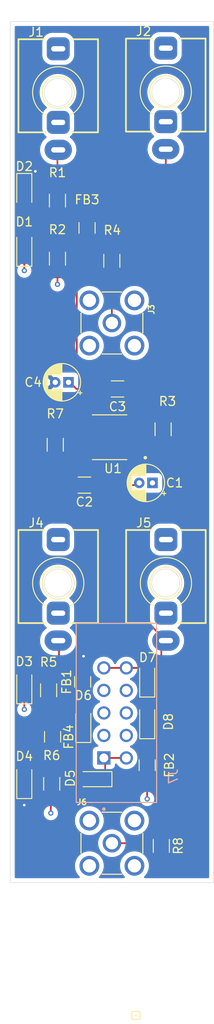
<source format=kicad_pcb>
(kicad_pcb (version 20240108) (generator "pcbnew") (generator_version "8.0")
  (layers (0 "F.Cu" signal) (1 "In1.Cu" signal) (2 "In2.Cu" signal) (31 "B.Cu" signal) (34 "B.Paste" user) (35 "F.Paste" user) (36 "B.SilkS" user "B.Silkscreen") (37 "F.SilkS" user "F.Silkscreen") (38 "B.Mask" user) (39 "F.Mask" user) (44 "Edge.Cuts" user))
  (net 0 "")
  (net 1 "Net-(C1-Pad2)")
  (net 2 "+12V")
  (net 3 "Net-(U1C-V+)")
  (net 4 "Net-(U1C-V-)")
  (net 5 "Net-(C3-Pad2)")
  (net 6 "-12V")
  (net 7 "GND")
  (net 8 "Net-(U1A--)")
  (net 9 "Net-(U1B--)")
  (net 10 "Net-(J3-In)")
  (net 11 "Net-(J6-In)")
  (net 12 "Net-(J1-PadS)")
  (net 13 "Net-(J2-PadS)")
  (net 14 "Net-(D1-A)")
  (net 15 "Net-(D3-A)")
  (net 16 "Net-(D5-K)")
  (net 17 "Net-(D5-A)")
  (net 18 "Net-(D7-A)")
  (net 19 "Net-(D7-K)")
  (net 20 "Net-(J4-PadS)")
  (net 21 "Net-(J5-PadS)")
  (net 22 "Net-(D6-A)")
  (net 23 "Net-(D8-K)")
  (net 24 "Net-(U1A-+)")
  (net 25 "Net-(U1B-+)")
  (footprint "Thonk:Jack_3.5mm_QingPu_WQP-PJ398SM_Vertical" (layer "F.Cu") (at 111.837724 66)
    (property "Reference" "J1" (at -2.5 -6.8 0) (layer "F.SilkS"))
    (property "Value" "PJ398SM")
    (pad "S" thru_hole oval (at 0 6.48) (size 3.1 2.3) (drill oval 1.6 0.6) (layers "*.Cu" "*.Mask") (net 12 "Net-(J1-PadS)"))
    (pad "T" thru_hole roundrect (at 0 -4.92) (size 2.6 2.6) (drill oval 1.6 0.6) (layers "*.Cu" "*.Mask") (net 7 "GND"))
    (pad "TN" thru_hole roundrect (at 0 3.38) (size 2.6 2.6) (drill oval 1.6 0.6) (layers "*.Cu" "*.Mask"))
  )
  (footprint "Diode_SMD:D_SOD-323_HandSoldering" (layer "F.Cu") (at 121.9 132.2 90)
    (property "Reference" "D7" (at 2.45 0.05 360) (layer "F.SilkS"))
    (property "Value" "NSR0530HT1G")
    (pad "1" smd roundrect (at -1.25 0 90) (size 1 1) (layers "F.Cu" "F.Paste" "F.Mask") (net 19 "Net-(D7-K)"))
    (pad "2" smd roundrect (at 1.25 0 90) (size 1 1) (layers "F.Cu" "F.Paste" "F.Mask") (net 18 "Net-(D7-A)"))
  )
  (footprint "Thonk:Jack_3.5mm_QingPu_WQP-PJ398SM_Vertical" (layer "F.Cu") (at 124 65.92)
    (property "Reference" "J2" (at -2.5 -6.8 0) (layer "F.SilkS"))
    (property "Value" "PJ398SM")
    (pad "S" thru_hole oval (at 0 6.48) (size 3.1 2.3) (drill oval 1.6 0.6) (layers "*.Cu" "*.Mask") (net 13 "Net-(J2-PadS)"))
    (pad "T" thru_hole roundrect (at 0 -4.92) (size 2.6 2.6) (drill oval 1.6 0.6) (layers "*.Cu" "*.Mask") (net 7 "GND"))
    (pad "TN" thru_hole roundrect (at 0 3.38) (size 2.6 2.6) (drill oval 1.6 0.6) (layers "*.Cu" "*.Mask"))
  )
  (footprint "Capacitor_THT:CP_Radial_D4.0mm_P1.50mm" (layer "F.Cu") (at 113 98.7 180)
    (property "Reference" "C4" (at 4 0 180) (layer "F.SilkS"))
    (property "Value" "10µF 25V")
    (pad "1" thru_hole rect (at 0 0 180) (size 1.2 1.2) (drill 0.6) (layers "*.Cu" "*.Mask") (net 5 "Net-(C3-Pad2)"))
    (pad "2" thru_hole circle (at 1.5 0 180) (size 1.2 1.2) (drill 0.6) (layers "*.Cu" "*.Mask") (net 6 "-12V"))
  )
  (footprint "Resistor_SMD:R_1206_3216Metric_Pad1.30x1.75mm_HandSolder" (layer "F.Cu") (at 111.5 105.75 -90)
    (property "Reference" "R7" (at -3.5 0 180) (layer "F.SilkS"))
    (property "Value" "100Ω")
    (pad "1" smd roundrect (at -1.55 0 270) (size 1.3 1.75) (layers "F.Cu" "F.Paste" "F.Mask") (roundrect_rratio 0.192308) (net 9 "Net-(U1B--)"))
    (pad "2" smd roundrect (at 1.55 0 270) (size 1.3 1.75) (layers "F.Cu" "F.Paste" "F.Mask") (roundrect_rratio 0.192308) (net 21 "Net-(J5-PadS)"))
  )
  (footprint "Inductor_SMD:L_1206_3216Metric_Pad1.42x1.75mm_HandSolder" (layer "F.Cu") (at 121.9 141.9 -90)
    (property "Reference" "FB2" (at 0 -2.5 90) (layer "F.SilkS"))
    (property "Value" "2512066017Y1")
    (pad "1" smd roundrect (at -1.4875 0 270) (size 1.425 1.75) (layers "F.Cu" "F.Paste" "F.Mask") (roundrect_rratio 0.175439) (net 23 "Net-(D8-K)"))
    (pad "2" smd roundrect (at 1.4875 0 270) (size 1.425 1.75) (layers "F.Cu" "F.Paste" "F.Mask") (roundrect_rratio 0.175439) (net 2 "+12V"))
  )
  (footprint "Resistor_SMD:R_1206_3216Metric_Pad1.30x1.75mm_HandSolder" (layer "F.Cu") (at 110.75 133.45 90)
    (property "Reference" "R5" (at 3.18 0 360) (layer "F.SilkS"))
    (property "Value" "1KΩ")
    (pad "1" smd roundrect (at -1.55 0 90) (size 1.3 1.75) (layers "F.Cu" "F.Paste" "F.Mask") (roundrect_rratio 0.192308) (net 20 "Net-(J4-PadS)"))
    (pad "2" smd roundrect (at 1.55 0 90) (size 1.3 1.75) (layers "F.Cu" "F.Paste" "F.Mask") (roundrect_rratio 0.192308) (net 15 "Net-(D3-A)"))
  )
  (footprint "Thonk:Jack_3.5mm_QingPu_WQP-PJ398SM_Vertical" (layer "F.Cu") (at 111.837724 121.364537)
    (property "Reference" "J4" (at -2.5 -6.8 0) (layer "F.SilkS"))
    (property "Value" "PJ398SM")
    (pad "S" thru_hole oval (at 0 6.48) (size 3.1 2.3) (drill oval 1.6 0.6) (layers "*.Cu" "*.Mask") (net 20 "Net-(J4-PadS)"))
    (pad "T" thru_hole roundrect (at 0 -4.92) (size 2.6 2.6) (drill oval 1.6 0.6) (layers "*.Cu" "*.Mask") (net 7 "GND"))
    (pad "TN" thru_hole roundrect (at 0 3.38) (size 2.6 2.6) (drill oval 1.6 0.6) (layers "*.Cu" "*.Mask"))
  )
  (footprint "Resistor_SMD:R_1206_3216Metric_Pad1.30x1.75mm_HandSolder" (layer "F.Cu") (at 117.9 85 90)
    (property "Reference" "R4" (at 3.45 0.05 0) (layer "F.SilkS"))
    (property "Value" "47Ω")
    (pad "1" smd roundrect (at -1.55 0 90) (size 1.3 1.75) (layers "F.Cu" "F.Paste" "F.Mask") (roundrect_rratio 0.192308) (net 10 "Net-(J3-In)"))
    (pad "2" smd roundrect (at 1.55 0 90) (size 1.3 1.75) (layers "F.Cu" "F.Paste" "F.Mask") (roundrect_rratio 0.192308) (net 13 "Net-(J2-PadS)"))
  )
  (footprint "Resistor_SMD:R_1206_3216Metric_Pad1.30x1.75mm_HandSolder" (layer "F.Cu") (at 123.5 151 90)
    (property "Reference" "R8" (at 0 1.9 90) (layer "F.SilkS"))
    (property "Value" "47Ω")
    (pad "1" smd roundrect (at -1.55 0 90) (size 1.3 1.75) (layers "F.Cu" "F.Paste" "F.Mask") (roundrect_rratio 0.192308) (net 11 "Net-(J6-In)"))
    (pad "2" smd roundrect (at 1.55 0 90) (size 1.3 1.75) (layers "F.Cu" "F.Paste" "F.Mask") (roundrect_rratio 0.192308) (net 21 "Net-(J5-PadS)"))
  )
  (footprint "Capacitor_THT:CP_Radial_D4.0mm_P1.50mm" (layer "F.Cu") (at 122.5 110.05 180)
    (property "Reference" "C1" (at -2.5 0 180) (layer "F.SilkS"))
    (property "Value" "10µF 25V")
    (pad "1" thru_hole rect (at 0 0 180) (size 1.2 1.2) (drill 0.6) (layers "*.Cu" "*.Mask") (net 2 "+12V"))
    (pad "2" thru_hole circle (at 1.5 0 180) (size 1.2 1.2) (drill 0.6) (layers "*.Cu" "*.Mask") (net 1 "Net-(C1-Pad2)"))
  )
  (footprint "Diode_SMD:D_SOD-323_HandSoldering" (layer "F.Cu") (at 108 132.9575 90)
    (property "Reference" "D3" (at 2.75 0 360) (layer "F.SilkS"))
    (property "Value" "PJGBLC15C_R1_00001")
    (pad "1" smd roundrect (at -1.25 0 90) (size 1 1) (layers "F.Cu" "F.Paste" "F.Mask") (net 2 "+12V"))
    (pad "2" smd roundrect (at 1.25 0 90) (size 1 1) (layers "F.Cu" "F.Paste" "F.Mask") (net 15 "Net-(D3-A)"))
  )
  (footprint "SMA:LINX_CONSMA008-G" (layer "F.Cu") (at 117.91 92.010825 -90)
    (property "Reference" "J3" (at -1.533 -4.4714 90) (layer "F.SilkS") (effects (font (size 0.64 0.64))))
    (property "Value" "J998-ND")
    (pad "1" thru_hole circle (at 0 0 270) (size 2.1 2.1) (drill 1.4) (layers "*.Cu" "*.Mask") (net 10 "Net-(J3-In)"))
    (pad "S1" thru_hole circle (at -2.55 -2.55 270) (size 2.25 2.25) (drill 1.5) (layers "*.Cu" "*.Mask"))
    (pad "S2" thru_hole circle (at -2.55 2.55 270) (size 2.25 2.25) (drill 1.5) (layers "*.Cu" "*.Mask"))
    (pad "S3" thru_hole circle (at 2.55 2.55 270) (size 2.25 2.25) (drill 1.5) (layers "*.Cu" "*.Mask"))
    (pad "S4" thru_hole circle (at 2.55 -2.55 270) (size 2.25 2.25) (drill 1.5) (layers "*.Cu" "*.Mask"))
  )
  (footprint "Inductor_SMD:L_1206_3216Metric_Pad1.42x1.75mm_HandSolder" (layer "F.Cu") (at 111.2 138.7 -90)
    (property "Reference" "FB4" (at 0 -1.82 90) (layer "F.SilkS"))
    (property "Value" "2512066017Y1")
    (pad "1" smd roundrect (at -1.4875 0 270) (size 1.425 1.75) (layers "F.Cu" "F.Paste" "F.Mask") (roundrect_rratio 0.175439) (net 15 "Net-(D3-A)"))
    (pad "2" smd roundrect (at 1.4875 0 270) (size 1.425 1.75) (layers "F.Cu" "F.Paste" "F.Mask") (roundrect_rratio 0.175439) (net 25 "Net-(U1B-+)"))
  )
  (footprint "SMA:LINX_CONSMA008-G" (layer "F.Cu") (at 117.91 150.7 -90)
    (property "Reference" "J6" (at -4.634 3.4 180) (layer "F.SilkS") (effects (font (size 0.64 0.64))))
    (property "Value" "J998-ND")
    (pad "1" thru_hole circle (at 0 0 270) (size 2.1 2.1) (drill 1.4) (layers "*.Cu" "*.Mask") (net 11 "Net-(J6-In)"))
    (pad "S1" thru_hole circle (at -2.55 -2.55 270) (size 2.25 2.25) (drill 1.5) (layers "*.Cu" "*.Mask"))
    (pad "S2" thru_hole circle (at -2.55 2.55 270) (size 2.25 2.25) (drill 1.5) (layers "*.Cu" "*.Mask"))
    (pad "S3" thru_hole circle (at 2.55 2.55 270) (size 2.25 2.25) (drill 1.5) (layers "*.Cu" "*.Mask"))
    (pad "S4" thru_hole circle (at 2.55 -2.55 270) (size 2.25 2.25) (drill 1.5) (layers "*.Cu" "*.Mask"))
  )
  (footprint "Resistor_SMD:R_1206_3216Metric_Pad1.30x1.75mm_HandSolder" (layer "F.Cu") (at 111.1 144 -90)
    (property "Reference" "R6" (at -3.2 0 180) (layer "F.SilkS"))
    (property "Value" "100KΩ")
    (pad "1" smd roundrect (at -1.55 0 270) (size 1.3 1.75) (layers "F.Cu" "F.Paste" "F.Mask") (roundrect_rratio 0.192308) (net 25 "Net-(U1B-+)"))
    (pad "2" smd roundrect (at 1.55 0 270) (size 1.3 1.75) (layers "F.Cu" "F.Paste" "F.Mask") (roundrect_rratio 0.192308) (net 7 "GND"))
  )
  (footprint "TL072:SOIC127P599X175-8N" (layer "F.Cu") (at 117.65 104.9 180)
    (property "Reference" "U1" (at -0.385 -3.537 180) (layer "F.SilkS"))
    (property "Value" "TL072IDR")
    (pad "1" smd roundrect (at -2.47 -1.905 180) (size 1.97 0.6) (layers "F.Cu" "F.Paste" "F.Mask") (roundrect_rratio 0.07) (net 8 "Net-(U1A--)"))
    (pad "2" smd roundrect (at -2.47 -0.635 180) (size 1.97 0.6) (layers "F.Cu" "F.Paste" "F.Mask") (roundrect_rratio 0.07) (net 8 "Net-(U1A--)"))
    (pad "3" smd roundrect (at -2.47 0.635 180) (size 1.97 0.6) (layers "F.Cu" "F.Paste" "F.Mask") (roundrect_rratio 0.07) (net 24 "Net-(U1A-+)"))
    (pad "4" smd roundrect (at -2.47 1.905 180) (size 1.97 0.6) (layers "F.Cu" "F.Paste" "F.Mask") (roundrect_rratio 0.07) (net 4 "Net-(U1C-V-)"))
    (pad "5" smd roundrect (at 2.47 1.905 180) (size 1.97 0.6) (layers "F.Cu" "F.Paste" "F.Mask") (roundrect_rratio 0.07) (net 25 "Net-(U1B-+)"))
    (pad "6" smd roundrect (at 2.47 0.635 180) (size 1.97 0.6) (layers "F.Cu" "F.Paste" "F.Mask") (roundrect_rratio 0.07) (net 9 "Net-(U1B--)"))
    (pad "7" smd roundrect (at 2.47 -0.635 180) (size 1.97 0.6) (layers "F.Cu" "F.Paste" "F.Mask") (roundrect_rratio 0.07) (net 9 "Net-(U1B--)"))
    (pad "8" smd roundrect (at 2.47 -1.905 180) (size 1.97 0.6) (layers "F.Cu" "F.Paste" "F.Mask") (roundrect_rratio 0.07) (net 3 "Net-(U1C-V+)"))
  )
  (footprint "Diode_SMD:D_SOD-323_HandSoldering" (layer "F.Cu") (at 121.9 136.9 90)
    (property "Reference" "D8" (at -0.1 2.4 90) (layer "F.SilkS"))
    (property "Value" "D12V0H1U2WS-7")
    (pad "1" smd roundrect (at -1.25 0 90) (size 1 1) (layers "F.Cu" "F.Paste" "F.Mask") (net 23 "Net-(D8-K)"))
    (pad "2" smd roundrect (at 1.25 0 90) (size 1 1) (layers "F.Cu" "F.Paste" "F.Mask") (net 19 "Net-(D7-K)"))
  )
  (footprint "Thonk:Jack_3.5mm_QingPu_WQP-PJ398SM_Vertical" (layer "F.Cu") (at 124.018862 121.364537)
    (property "Reference" "J5" (at -2.5 -6.8 0) (layer "F.SilkS"))
    (property "Value" "PJ398SM")
    (pad "S" thru_hole oval (at 0 6.48) (size 3.1 2.3) (drill oval 1.6 0.6) (layers "*.Cu" "*.Mask") (net 21 "Net-(J5-PadS)"))
    (pad "T" thru_hole roundrect (at 0 -4.92) (size 2.6 2.6) (drill oval 1.6 0.6) (layers "*.Cu" "*.Mask") (net 7 "GND"))
    (pad "TN" thru_hole roundrect (at 0 3.38) (size 2.6 2.6) (drill oval 1.6 0.6) (layers "*.Cu" "*.Mask"))
  )
  (footprint "Resistor_SMD:R_1206_3216Metric_Pad1.30x1.75mm_HandSolder" (layer "F.Cu") (at 111.75 84.75 -90)
    (property "Reference" "R2" (at -3.2725 0 180) (layer "F.SilkS"))
    (property "Value" "100KΩ")
    (pad "1" smd roundrect (at -1.55 0 270) (size 1.3 1.75) (layers "F.Cu" "F.Paste" "F.Mask") (roundrect_rratio 0.192308) (net 24 "Net-(U1A-+)"))
    (pad "2" smd roundrect (at 1.55 0 270) (size 1.3 1.75) (layers "F.Cu" "F.Paste" "F.Mask") (roundrect_rratio 0.192308) (net 7 "GND"))
  )
  (footprint "Diode_SMD:D_SOD-323_HandSoldering" (layer "F.Cu") (at 115.9 143.475 180)
    (property "Reference" "D5" (at 2.7 0.1 270) (layer "F.SilkS"))
    (property "Value" "NSR0530HT1G")
    (pad "1" smd roundrect (at -1.25 0 180) (size 1 1) (layers "F.Cu" "F.Paste" "F.Mask") (net 16 "Net-(D5-K)"))
    (pad "2" smd roundrect (at 1.25 0 180) (size 1 1) (layers "F.Cu" "F.Paste" "F.Mask") (net 17 "Net-(D5-A)"))
  )
  (footprint "Diode_SMD:D_SOD-323_HandSoldering" (layer "F.Cu") (at 108 83.6 90)
    (property "Reference" "D1" (at 3 0 0) (layer "F.SilkS"))
    (property "Value" "PJGBLC15C_R1_00001")
    (pad "1" smd roundrect (at -1.25 0 90) (size 1 1) (layers "F.Cu" "F.Paste" "F.Mask") (net 2 "+12V"))
    (pad "2" smd roundrect (at 1.25 0 90) (size 1 1) (layers "F.Cu" "F.Paste" "F.Mask") (net 14 "Net-(D1-A)"))
  )
  (footprint "Capacitor_SMD:C_1206_3216Metric_Pad1.33x1.80mm_HandSolder" (layer "F.Cu") (at 114.8 110.3 180)
    (property "Reference" "C2" (at 0 -1.9 180) (layer "F.SilkS"))
    (property "Value" "0.1µF 25V")
    (pad "1" smd roundrect (at -1.5625 0 180) (size 1.325 1.8) (layers "F.Cu" "F.Paste" "F.Mask") (roundrect_rratio 0.188679) (net 1 "Net-(C1-Pad2)"))
    (pad "2" smd roundrect (at 1.5625 0 180) (size 1.325 1.8) (layers "F.Cu" "F.Paste" "F.Mask") (roundrect_rratio 0.188679) (net 3 "Net-(U1C-V+)"))
  )
  (footprint "Diode_SMD:D_SOD-323_HandSoldering" (layer "F.Cu") (at 108 77.15 -90)
    (property "Reference" "D2" (at -2.8 0 180) (layer "F.SilkS"))
    (property "Value" "PJGBLC15C_R1_00001")
    (pad "1" smd roundrect (at -1.25 0 270) (size 1 1) (layers "F.Cu" "F.Paste" "F.Mask") (net 6 "-12V"))
    (pad "2" smd roundrect (at 1.25 0 270) (size 1 1) (layers "F.Cu" "F.Paste" "F.Mask") (net 14 "Net-(D1-A)"))
  )
  (footprint "Inductor_SMD:L_1206_3216Metric_Pad1.42x1.75mm_HandSolder" (layer "F.Cu") (at 114.6 132.5 90)
    (property "Reference" "FB1" (at 0 -1.82 270) (layer "F.SilkS"))
    (property "Value" "2512066017Y1")
    (pad "1" smd roundrect (at -1.4875 0 90) (size 1.425 1.75) (layers "F.Cu" "F.Paste" "F.Mask") (roundrect_rratio 0.175439) (net 22 "Net-(D6-A)"))
    (pad "2" smd roundrect (at 1.4875 0 90) (size 1.425 1.75) (layers "F.Cu" "F.Paste" "F.Mask") (roundrect_rratio 0.175439) (net 6 "-12V"))
  )
  (footprint "Resistor_SMD:R_1206_3216Metric_Pad1.30x1.75mm_HandSolder" (layer "F.Cu") (at 123.7 104 90)
    (property "Reference" "R3" (at 3.15 0.5 360) (layer "F.SilkS"))
    (property "Value" "100Ω")
    (pad "1" smd roundrect (at -1.55 0 90) (size 1.3 1.75) (layers "F.Cu" "F.Paste" "F.Mask") (roundrect_rratio 0.192308) (net 8 "Net-(U1A--)"))
    (pad "2" smd roundrect (at 1.55 0 90) (size 1.3 1.75) (layers "F.Cu" "F.Paste" "F.Mask") (roundrect_rratio 0.192308) (net 13 "Net-(J2-PadS)"))
  )
  (footprint "Diode_SMD:D_SOD-323_HandSoldering" (layer "F.Cu") (at 108 143.65 90)
    (property "Reference" "D4" (at 2.75 0 360) (layer "F.SilkS"))
    (property "Value" "PJGBLC15C_R1_00001")
    (pad "1" smd roundrect (at -1.25 0 90) (size 1 1) (layers "F.Cu" "F.Paste" "F.Mask") (net 6 "-12V"))
    (pad "2" smd roundrect (at 1.25 0 90) (size 1 1) (layers "F.Cu" "F.Paste" "F.Mask") (net 15 "Net-(D3-A)"))
  )
  (footprint "Resistor_SMD:R_1206_3216Metric_Pad1.30x1.75mm_HandSolder" (layer "F.Cu") (at 111.75 78.2 -90)
    (property "Reference" "R1" (at -3.15 0 180) (layer "F.SilkS"))
    (property "Value" "1KΩ")
    (pad "1" smd roundrect (at -1.55 0 270) (size 1.3 1.75) (layers "F.Cu" "F.Paste" "F.Mask") (roundrect_rratio 0.192308) (net 12 "Net-(J1-PadS)"))
    (pad "2" smd roundrect (at 1.55 0 270) (size 1.3 1.75) (layers "F.Cu" "F.Paste" "F.Mask") (roundrect_rratio 0.192308) (net 14 "Net-(D1-A)"))
  )
  (footprint "Capacitor_SMD:C_1206_3216Metric_Pad1.33x1.80mm_HandSolder" (layer "F.Cu") (at 118.55 99.45 180)
    (property "Reference" "C3" (at 0 -2 180) (layer "F.SilkS"))
    (property "Value" "0.1µF 25V")
    (pad "1" smd roundrect (at -1.5625 0 180) (size 1.325 1.8) (layers "F.Cu" "F.Paste" "F.Mask") (roundrect_rratio 0.188679) (net 4 "Net-(U1C-V-)"))
    (pad "2" smd roundrect (at 1.5625 0 180) (size 1.325 1.8) (layers "F.Cu" "F.Paste" "F.Mask") (roundrect_rratio 0.188679) (net 5 "Net-(C3-Pad2)"))
  )
  (footprint "Diode_SMD:D_SOD-323_HandSoldering" (layer "F.Cu") (at 114.675 137.325 90)
    (property "Reference" "D6" (at 3.3 0 0) (layer "F.SilkS"))
    (property "Value" "D12V0H1U2WS-7")
    (pad "1" smd roundrect (at -1.25 0 90) (size 1 1) (layers "F.Cu" "F.Paste" "F.Mask") (net 17 "Net-(D5-A)"))
    (pad "2" smd roundrect (at 1.25 0 90) (size 1 1) (layers "F.Cu" "F.Paste" "F.Mask") (net 22 "Net-(D6-A)"))
  )
  (footprint "Inductor_SMD:L_1206_3216Metric_Pad1.42x1.75mm_HandSolder" (layer "F.Cu") (at 115.1 81.2875 -90)
    (property "Reference" "FB3" (at -3.1875 0 180) (layer "F.SilkS"))
    (property "Value" "2512066017Y1")
    (pad "1" smd roundrect (at -1.4875 0 270) (size 1.425 1.75) (layers "F.Cu" "F.Paste" "F.Mask") (roundrect_rratio 0.175439) (net 14 "Net-(D1-A)"))
    (pad "2" smd roundrect (at 1.4875 0 270) (size 1.425 1.75) (layers "F.Cu" "F.Paste" "F.Mask") (roundrect_rratio 0.175439) (net 24 "Net-(U1A-+)"))
  )
  (footprint "EurorackPowerConnector:SULLINS_SBH11-PBPC-D05-ST-BK" (layer "B.Cu") (at 118.27 136 90)
    (property "Reference" "J7" (at -7.175 6.585 -90) (layer "B.SilkS") (effects (justify mirror)))
    (property "Value" "SBH11-PBPC-D05-ST-BK")
    (pad "1" thru_hole rect (at -5.08 -1.27 90) (size 1.508 1.508) (drill 1) (layers "*.Cu" "*.Mask") (net 16 "Net-(D5-K)"))
    (pad "2" thru_hole circle (at -5.08 1.27 90) (size 1.508 1.508) (drill 1) (layers "*.Cu" "*.Mask") (net 16 "Net-(D5-K)"))
    (pad "3" thru_hole circle (at -2.54 -1.27 90) (size 1.508 1.508) (drill 1) (layers "*.Cu" "*.Mask") (net 7 "GND"))
    (pad "4" thru_hole circle (at -2.54 1.27 90) (size 1.508 1.508) (drill 1) (layers "*.Cu" "*.Mask") (net 7 "GND"))
    (pad "5" thru_hole circle (at 0 -1.27 90) (size 1.508 1.508) (drill 1) (layers "*.Cu" "*.Mask") (net 7 "GND"))
    (pad "6" thru_hole circle (at 0 1.27 90) (size 1.508 1.508) (drill 1) (layers "*.Cu" "*.Mask") (net 7 "GND"))
    (pad "7" thru_hole circle (at 2.54 -1.27 90) (size 1.508 1.508) (drill 1) (layers "*.Cu" "*.Mask") (net 7 "GND"))
    (pad "8" thru_hole circle (at 2.54 1.27 90) (size 1.508 1.508) (drill 1) (layers "*.Cu" "*.Mask") (net 7 "GND"))
    (pad "9" thru_hole circle (at 5.08 -1.27 90) (size 1.508 1.508) (drill 1) (layers "*.Cu" "*.Mask") (net 18 "Net-(D7-A)"))
    (pad "10" thru_hole circle (at 5.08 1.27 90) (size 1.508 1.508) (drill 1) (layers "*.Cu" "*.Mask") (net 18 "Net-(D7-A)"))
  )
  (gr_rect (start 106.41 58) (end 129.41 155.15) (stroke (width 0.05)) (fill none) (layer "Edge.Cuts"))
  (gr_circle (center 111.818862 66) (end 113.318862 66.5) (stroke (width 0.05)) (fill none) (layer "Edge.Cuts"))
  (gr_circle (center 124 65.981138) (end 125.5 66.481138) (stroke (width 0.05)) (fill none) (layer "Edge.Cuts"))
  (gr_circle (center 111.818862 121.344637) (end 113.318862 121.844637) (stroke (width 0.05)) (fill none) (layer "Edge.Cuts"))
  (gr_circle (center 124 121.344537) (end 125.5 121.844537) (stroke (width 0.05)) (fill none) (layer "Edge.Cuts"))
  (gr_text "⚀" (at 120.015 170.815 0) (layer "F.SilkS") (effects (font (size 1 1)) (justify left bottom)))
  (segment (start 120.75 110.3) (end 121 110.05) (width 0.2) (layer "F.Cu") (net 1))
  (segment (start 116.3625 110.3) (end 120.75 110.3) (width 0.2) (layer "F.Cu") (net 1))
  (segment (start 121.9 143.3875) (end 121.9 145.7) (width 0.2) (layer "F.Cu") (net 2))
  (segment (start 108 85.85) (end 108 84.85) (width 0.2) (layer "F.Cu") (net 2))
  (segment (start 108 135.6) (end 108 134.2075) (width 0.2) (layer "F.Cu") (net 2))
  (via (at 108 86.1) (size 0.6) (drill 0.3) (layers "F.Cu" "B.Cu") (net 2))
  (via (at 121.9 145.7) (size 0.6) (drill 0.3) (layers "F.Cu" "B.Cu") (net 2))
  (via (at 108 135.6) (size 0.6) (drill 0.3) (layers "F.Cu" "B.Cu") (net 2))
  (segment (start 115.18 106.805) (end 113.695 106.805) (width 0.2) (layer "F.Cu") (net 3))
  (segment (start 113.1 110.1625) (end 113.2375 110.3) (width 0.2) (layer "F.Cu") (net 3))
  (segment (start 113.1 107.4) (end 113.1 110.1625) (width 0.2) (layer "F.Cu") (net 3))
  (segment (start 115.2 106.825) (end 115.18 106.805) (width 0.2) (layer "F.Cu") (net 3))
  (segment (start 113.695 106.805) (end 113.1 107.4) (width 0.2) (layer "F.Cu") (net 3))
  (segment (start 121.7 102.5) (end 121.205 102.995) (width 0.2) (layer "F.Cu") (net 4))
  (segment (start 120.1125 99.45) (end 121.25 99.45) (width 0.2) (layer "F.Cu") (net 4))
  (segment (start 121.25 99.45) (end 121.7 99.9) (width 0.2) (layer "F.Cu") (net 4))
  (segment (start 121.7 99.9) (end 121.7 102.5) (width 0.2) (layer "F.Cu") (net 4))
  (segment (start 121.205 102.995) (end 120.12 102.995) (width 0.2) (layer "F.Cu") (net 4))
  (segment (start 113.9 99.45) (end 116.9875 99.45) (width 0.2) (layer "F.Cu") (net 5))
  (segment (start 113.9 99.45) (end 113.15 98.7) (width 0.2) (layer "F.Cu") (net 5))
  (segment (start 113.15 98.7) (end 113 98.7) (width 0.2) (layer "F.Cu") (net 5))
  (segment (start 109.25 74.9) (end 108.25 75.9) (width 0.2) (layer "F.Cu") (net 6))
  (segment (start 108.25 75.9) (end 108 75.9) (width 0.2) (layer "F.Cu") (net 6))
  (segment (start 114.6 131.0125) (end 114.6 129.7) (width 0.2) (layer "F.Cu") (net 6))
  (segment (start 108 146.4) (end 108 144.9) (width 0.2) (layer "F.Cu") (net 6))
  (segment (start 114.6 129.7) (end 114.7 129.6) (width 0.2) (layer "F.Cu") (net 6))
  (via (at 108 146.4) (size 0.6) (drill 0.3) (layers "F.Cu" "B.Cu") (net 6))
  (via (at 109.25 74.9) (size 0.6) (drill 0.3) (layers "F.Cu" "B.Cu") (net 6))
  (via (at 114.7 129.6) (size 0.6) (drill 0.3) (layers "F.Cu" "B.Cu") (net 6))
  (segment (start 111 147.3) (end 111 145.65) (width 0.2) (layer "F.Cu") (net 7))
  (segment (start 111.75 87.65) (end 111.75 86.3) (width 0.2) (layer "F.Cu") (net 7))
  (via (at 111 147.3) (size 0.6) (drill 0.3) (layers "F.Cu" "B.Cu") (net 7))
  (via (at 111.75 87.65) (size 0.6) (drill 0.3) (layers "F.Cu" "B.Cu") (net 7))
  (segment (start 120.12 105.535) (end 120.12 106.805) (width 0.2) (layer "F.Cu") (net 8))
  (segment (start 123.5 105.5) (end 120.155 105.5) (width 0.2) (layer "F.Cu") (net 8))
  (segment (start 120.155 105.5) (end 120.12 105.535) (width 0.2) (layer "F.Cu") (net 8))
  (segment (start 112.3 104.2) (end 115.115 104.2) (width 0.2) (layer "F.Cu") (net 9))
  (segment (start 115.115 104.2) (end 115.18 104.265) (width 0.2) (layer "F.Cu") (net 9))
  (segment (start 115.18 104.265) (end 115.18 105.535) (width 0.2) (layer "F.Cu") (net 9))
  (segment (start 117.9 92.000825) (end 117.91 92.010825) (width 0.2) (layer "F.Cu") (net 10))
  (segment (start 117.9 86.55) (end 117.9 92.000825) (width 0.2) (layer "F.Cu") (net 10))
  (segment (start 122.625 152.55) (end 120.775 150.7) (width 0.2) (layer "F.Cu") (net 11))
  (segment (start 120.775 150.7) (end 117.91 150.7) (width 0.2) (layer "F.Cu") (net 11))
  (segment (start 123.5 152.55) (end 122.625 152.55) (width 0.2) (layer "F.Cu") (net 11))
  (segment (start 111.75 72.567724) (end 111.837724 72.48) (width 0.2) (layer "F.Cu") (net 12))
  (segment (start 111.75 76.6) (end 111.75 72.567724) (width 0.2) (layer "F.Cu") (net 12))
  (segment (start 120.65 83.45) (end 117.9 83.45) (width 0.2) (layer "F.Cu") (net 13))
  (segment (start 124 80.1) (end 120.65 83.45) (width 0.2) (layer "F.Cu") (net 13))
  (segment (start 124 72.4) (end 124 80.1) (width 0.2) (layer "F.Cu") (net 13))
  (segment (start 122.9 98.468629) (end 122.5 98.068629) (width 0.2) (layer "F.Cu") (net 13))
  (segment (start 122.9 101.65) (end 122.9 98.468629) (width 0.2) (layer "F.Cu") (net 13))
  (segment (start 123.1 101.85) (end 122.9 101.65) (width 0.2) (layer "F.Cu") (net 13))
  (segment (start 122.5 86.1) (end 119.85 83.45) (width 0.2) (layer "F.Cu") (net 13))
  (segment (start 119.85 83.45) (end 117.9 83.45) (width 0.2) (layer "F.Cu") (net 13))
  (segment (start 122.5 98.068629) (end 122.5 86.1) (width 0.2) (layer "F.Cu") (net 13))
  (segment (start 111.75 79.75) (end 111.95 79.75) (width 0.2) (layer "F.Cu") (net 14))
  (segment (start 108.85 83.2) (end 108 82.35) (width 0.2) (layer "F.Cu") (net 14))
  (segment (start 120.12 104.265) (end 121.104999 104.265) (width 0.2) (layer "F.Cu") (net 14))
  (segment (start 112 79.8) (end 115.1 79.8) (width 0.2) (layer "F.Cu") (net 14))
  (segment (start 111.7 79.75) (end 111.75 79.7) (width 0.2) (layer "F.Cu") (net 14))
  (segment (start 108 82.35) (end 108 78.4) (width 0.2) (layer "F.Cu") (net 14))
  (segment (start 111.75 79.75) (end 109.35 79.75) (width 0.2) (layer "F.Cu") (net 14))
  (segment (start 111.75 83.2) (end 108.85 83.2) (width 0.2) (layer "F.Cu") (net 14))
  (segment (start 115.55 97.9) (end 113.5 95.85) (width 0.2) (layer "F.Cu") (net 14))
  (segment (start 121.2 97.9) (end 115.55 97.9) (width 0.2) (layer "F.Cu") (net 14))
  (segment (start 122.1 98.8) (end 121.2 97.9) (width 0.2) (layer "F.Cu") (net 14))
  (segment (start 122.1 103.269999) (end 122.1 98.8) (width 0.2) (layer "F.Cu") (net 14))
  (segment (start 111.95 79.75) (end 112 79.8) (width 0.2) (layer "F.Cu") (net 14))
  (segment (start 109.35 79.75) (end 108 78.4) (width 0.2) (layer "F.Cu") (net 14))
  (segment (start 113.5 95.85) (end 113.5 84.95) (width 0.2) (layer "F.Cu") (net 14))
  (segment (start 113.5 84.95) (end 111.75 83.2) (width 0.2) (layer "F.Cu") (net 14))
  (segment (start 121.104999 104.265) (end 122.1 103.269999) (width 0.2) (layer "F.Cu") (net 14))
  (segment (start 109.2 132.9075) (end 109.2 136.087499) (width 0.2) (layer "F.Cu") (net 15))
  (segment (start 108 131.7075) (end 109.2 132.9075) (width 0.2) (layer "F.Cu") (net 15))
  (segment (start 111.127756 138.3875) (end 108 141.515256) (width 0.2) (layer "F.Cu") (net 15))
  (segment (start 110.75 131.9) (end 108.1925 131.9) (width 0.2) (layer "F.Cu") (net 15))
  (segment (start 110.325001 137.2125) (end 111.2 137.2125) (width 0.2) (layer "F.Cu") (net 15))
  (segment (start 111.2 138.3875) (end 111.127756 138.3875) (width 0.2) (layer "F.Cu") (net 15))
  (segment (start 108 141.515256) (end 108 142.4) (width 0.2) (layer "F.Cu") (net 15))
  (segment (start 108.1925 131.9) (end 108 131.7075) (width 0.2) (layer "F.Cu") (net 15))
  (segment (start 108 142.4) (end 111.05 142.4) (width 0.2) (layer "F.Cu") (net 15))
  (segment (start 111.2 137.2125) (end 111.2 138.3875) (width 0.2) (layer "F.Cu") (net 15))
  (segment (start 110.75 131.9) (end 109.628183 130.778183) (width 0.2) (layer "F.Cu") (net 15))
  (segment (start 109.2 136.087499) (end 110.325001 137.2125) (width 0.2) (layer "F.Cu") (net 15))
  (segment (start 117.15 143.475) (end 117.15 141.23) (width 0.2) (layer "F.Cu") (net 16))
  (segment (start 117.15 141.23) (end 117 141.08) (width 0.2) (layer "F.Cu") (net 16))
  (segment (start 119.54 141.08) (end 117 141.08) (width 0.2) (layer "F.Cu") (net 16))
  (segment (start 114.675 143.45) (end 114.65 143.475) (width 0.2) (layer "F.Cu") (net 17))
  (segment (start 114.675 138.575) (end 114.675 143.45) (width 0.2) (layer "F.Cu") (net 17))
  (segment (start 121.87 130.92) (end 121.9 130.95) (width 0.2) (layer "F.Cu") (net 18))
  (segment (start 117 130.92) (end 119.54 130.92) (width 0.2) (layer "F.Cu") (net 18))
  (segment (start 119.54 130.92) (end 121.87 130.92) (width 0.2) (layer "F.Cu") (net 18))
  (segment (start 121.9 133.45) (end 121.9 135.65) (width 0.2) (layer "F.Cu") (net 19))
  (segment (start 111.925 127.931813) (end 111.925 129.525) (width 0.2) (layer "F.Cu") (net 20))
  (segment (start 112.4 133.35) (end 110.75 135) (width 0.2) (layer "F.Cu") (net 20))
  (segment (start 111.837724 127.844537) (end 111.925 127.931813) (width 0.2) (layer "F.Cu") (net 20))
  (segment (start 112.4 130) (end 112.4 133.35) (width 0.2) (layer "F.Cu") (net 20))
  (segment (start 111.925 129.525) (end 112.4 130) (width 0.2) (layer "F.Cu") (net 20))
  (segment (start 123.5 128.363399) (end 124.018862 127.844537) (width 0.2) (layer "F.Cu") (net 21))
  (segment (start 120.15 117.1) (end 120.15 123.975675) (width 0.2) (layer "F.Cu") (net 21))
  (segment (start 112.3 107.3) (end 111.5 107.3) (width 0.2) (layer "F.Cu") (net 21))
  (segment (start 111.4 107.4) (end 111.4 112.8) (width 0.2) (layer "F.Cu") (net 21))
  (segment (start 111.5 107.3) (end 111.4 107.4) (width 0.2) (layer "F.Cu") (net 21))
  (segment (start 120.15 123.975675) (end 124.018862 127.844537) (width 0.2) (layer "F.Cu") (net 21))
  (segment (start 112.2 113.6) (end 116.65 113.6) (width 0.2) (layer "F.Cu") (net 21))
  (segment (start 111.4 112.8) (end 112.2 113.6) (width 0.2) (layer "F.Cu") (net 21))
  (segment (start 116.65 113.6) (end 120.15 117.1) (width 0.2) (layer "F.Cu") (net 21))
  (segment (start 123.5 149.45) (end 123.5 128.363399) (width 0.2) (layer "F.Cu") (net 21))
  (segment (start 114.6 133.9875) (end 114.6 135.9) (width 0.2) (layer "F.Cu") (net 22))
  (segment (start 114.6 135.9) (end 114.675 135.975) (width 0.2) (layer "F.Cu") (net 22))
  (segment (start 121.9 138.15) (end 121.9 140.4125) (width 0.2) (layer "F.Cu") (net 23))
  (segment (start 113.935 83.94) (end 113.935 95.719314) (width 0.2) (layer "F.Cu") (net 24))
  (segment (start 115.1 82.775) (end 112.175 82.775) (width 0.2) (layer "F.Cu") (net 24))
  (segment (start 121.270684 104.665) (end 119.954315 104.665) (width 0.2) (layer "F.Cu") (net 24))
  (segment (start 121.307843 97.442157) (end 122.5 98.634315) (width 0.2) (layer "F.Cu") (net 24))
  (segment (start 112.175 82.775) (end 112.032843 82.917157) (width 0.2) (layer "F.Cu") (net 24))
  (segment (start 113.935 95.719314) (end 115.657843 97.442157) (width 0.2) (layer "F.Cu") (net 24))
  (segment (start 115.657843 97.442157) (end 121.307843 97.442157) (width 0.2) (layer "F.Cu") (net 24))
  (segment (start 115.1 82.775) (end 113.935 83.94) (width 0.2) (layer "F.Cu") (net 24))
  (segment (start 122.5 103.435685) (end 121.270684 104.665) (width 0.2) (layer "F.Cu") (net 24))
  (segment (start 119.954315 104.665) (end 119.837157 104.547842) (width 0.2) (layer "F.Cu") (net 24))
  (segment (start 122.5 98.634315) (end 122.5 103.435685) (width 0.2) (layer "F.Cu") (net 24))
  (segment (start 113.425 130.026471) (end 115.2 128.251471) (width 0.2) (layer "F.Cu") (net 25))
  (segment (start 114.435 103) (end 114.53 102.905) (width 0.2) (layer "F.Cu") (net 25))
  (segment (start 115.2 114) (end 112.034314 114) (width 0.2) (layer "F.Cu") (net 25))
  (segment (start 111.2 140.1875) (end 111.2 141.984315) (width 0.2) (layer "F.Cu") (net 25))
  (segment (start 113.425 137.9625) (end 113.425 130.026471) (width 0.2) (layer "F.Cu") (net 25))
  (segment (start 109.6 111.565686) (end 109.6 103.7) (width 0.2) (layer "F.Cu") (net 25))
  (segment (start 111.2 140.1875) (end 113.425 137.9625) (width 0.2) (layer "F.Cu") (net 25))
  (segment (start 115.2 128.251471) (end 115.2 114) (width 0.2) (layer "F.Cu") (net 25))
  (segment (start 111.2 141.984315) (end 111.382843 142.167158) (width 0.2) (layer "F.Cu") (net 25))
  (segment (start 112.034314 114) (end 109.6 111.565686) (width 0.2) (layer "F.Cu") (net 25))
  (segment (start 109.6 103.7) (end 110.305 102.995) (width 0.2) (layer "F.Cu") (net 25))
  (segment (start 110.305 102.995) (end 115.18 102.995) (width 0.2) (layer "F.Cu") (net 25))
  (zone (net 6) (net_name "-12V") (layer "B.Cu") (connect_pads (clearance 0.5)) (min_thickness 0.25) (fill yes (thermal_gap 0.5) (thermal_bridge_width 0.5))
    (polygon (pts (xy 106.42 58) (xy 129.4 58) (xy 129.4 155.15) (xy 106.42 155.15)))
  )
)
</source>
